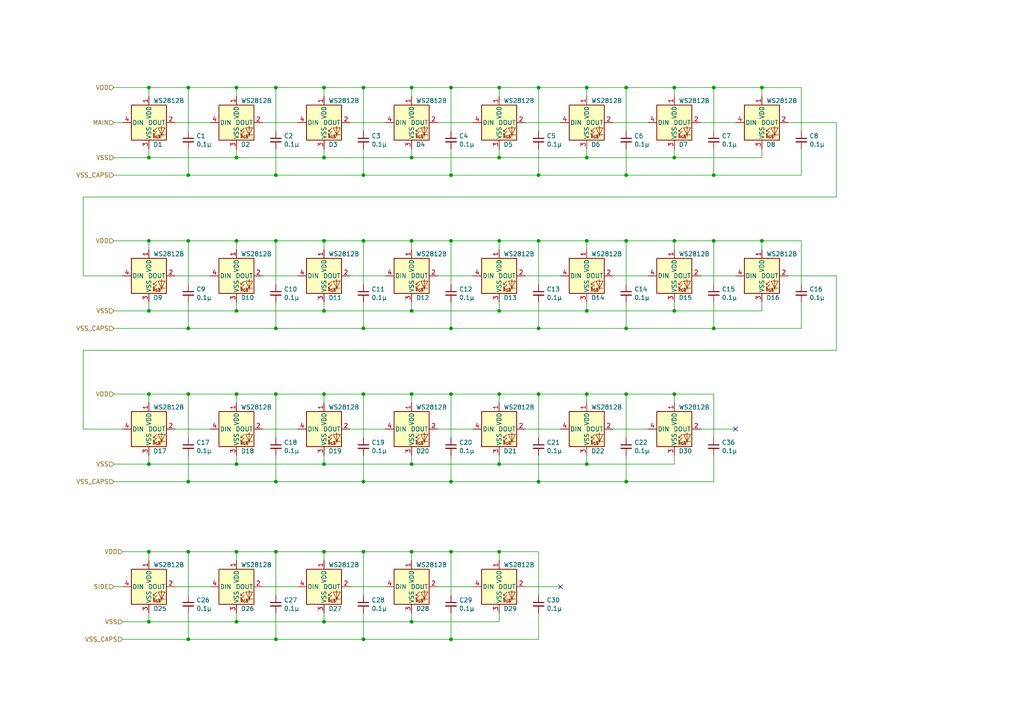
<source format=kicad_sch>
(kicad_sch (version 20230121) (generator eeschema)
  (paper "A4")
  (title_block (title "Self contained addressible RGB ring for 3M 501") (date "2024-01-08") (rev "r0.1") (company "xenua"))
  (lib_symbols
    (symbol "Device:C_Small" (pin_numbers hide) (pin_names (offset 0.254) hide)
      (property "Reference" "C" (at 0.254 1.778 0))
      (property "Value" "C_Small" (at 0.254 -2.032 0))
      (symbol "C_Small_0_1"
        (polyline (pts (xy -1.524 -0.508) (xy 1.524 -0.508)) (stroke (width 0.3302)))
        (polyline (pts (xy -1.524 0.508) (xy 1.524 0.508)) (stroke (width 0.3048)))
      )
      (symbol "C_Small_1_1"
        (pin passive line (at 0 2.54 270) (length 2.032) (name "~") (number "1"))
        (pin passive line (at 0 -2.54 90) (length 2.032) (name "~") (number "2"))
      )
    )
    (symbol "LED:WS2812B" (pin_names (offset 0.254))
      (property "Reference" "D" (at 5.08 5.715 0))
      (property "Value" "WS2812B" (at 1.27 -5.715 0))
      (symbol "WS2812B_0_0"
        (text "RGB" (at 2.286 -4.191 0) (effects (font (size 0.762 0.762))))
      )
      (symbol "WS2812B_0_1"
        (polyline (pts (xy 1.27 -3.556) (xy 1.778 -3.556)))
        (polyline (pts (xy 1.27 -2.54) (xy 1.778 -2.54)))
        (polyline (pts (xy 4.699 -3.556) (xy 2.667 -3.556)))
        (polyline (pts (xy 2.286 -2.54) (xy 1.27 -3.556) (xy 1.27 -3.048)))
        (polyline (pts (xy 2.286 -1.524) (xy 1.27 -2.54) (xy 1.27 -2.032)))
        (polyline (pts (xy 3.683 -1.016) (xy 3.683 -3.556) (xy 3.683 -4.064)))
        (polyline (pts (xy 4.699 -1.524) (xy 2.667 -1.524) (xy 3.683 -3.556) (xy 4.699 -1.524)))
        (rectangle (start 5.08 5.08) (end -5.08 -5.08) (stroke (width 0.254)) (fill (type background)))
      )
      (symbol "WS2812B_1_1"
        (pin power_in line (at 0 7.62 270) (length 2.54) (name "VDD") (number "1"))
        (pin output line (at 7.62 0 180) (length 2.54) (name "DOUT") (number "2"))
        (pin power_in line (at 0 -7.62 90) (length 2.54) (name "VSS") (number "3"))
        (pin input line (at -7.62 0 0) (length 2.54) (name "DIN") (number "4"))
      )
    )
  )
  (junction (at 105.41 25.4))
  (junction (at 144.78 114.3))
  (junction (at 144.78 90.17))
  (junction (at 156.21 114.3))
  (junction (at 80.01 160.02))
  (junction (at 80.01 114.3))
  (junction (at 119.38 160.02))
  (junction (at 68.58 25.4))
  (junction (at 119.38 25.4))
  (junction (at 68.58 114.3))
  (junction (at 54.61 114.3))
  (junction (at 80.01 95.25))
  (junction (at 43.18 25.4))
  (junction (at 105.41 185.42))
  (junction (at 119.38 134.62))
  (junction (at 170.18 114.3))
  (junction (at 170.18 69.85))
  (junction (at 195.58 45.72))
  (junction (at 43.18 69.85))
  (junction (at 207.01 25.4))
  (junction (at 130.81 160.02))
  (junction (at 80.01 25.4))
  (junction (at 105.41 160.02))
  (junction (at 93.98 180.34))
  (junction (at 119.38 45.72))
  (junction (at 144.78 69.85))
  (junction (at 68.58 45.72))
  (junction (at 80.01 50.8))
  (junction (at 80.01 139.7))
  (junction (at 119.38 69.85))
  (junction (at 195.58 25.4))
  (junction (at 144.78 45.72))
  (junction (at 181.61 25.4))
  (junction (at 105.41 50.8))
  (junction (at 43.18 45.72))
  (junction (at 54.61 185.42))
  (junction (at 195.58 90.17))
  (junction (at 144.78 160.02))
  (junction (at 181.61 139.7))
  (junction (at 220.98 69.85))
  (junction (at 156.21 139.7))
  (junction (at 68.58 90.17))
  (junction (at 54.61 50.8))
  (junction (at 130.81 50.8))
  (junction (at 54.61 139.7))
  (junction (at 130.81 69.85))
  (junction (at 68.58 134.62))
  (junction (at 207.01 95.25))
  (junction (at 93.98 25.4))
  (junction (at 156.21 69.85))
  (junction (at 54.61 160.02))
  (junction (at 80.01 69.85))
  (junction (at 43.18 180.34))
  (junction (at 54.61 95.25))
  (junction (at 105.41 114.3))
  (junction (at 195.58 114.3))
  (junction (at 43.18 114.3))
  (junction (at 54.61 69.85))
  (junction (at 144.78 134.62))
  (junction (at 144.78 25.4))
  (junction (at 170.18 134.62))
  (junction (at 181.61 95.25))
  (junction (at 105.41 95.25))
  (junction (at 93.98 69.85))
  (junction (at 170.18 25.4))
  (junction (at 130.81 185.42))
  (junction (at 105.41 139.7))
  (junction (at 119.38 90.17))
  (junction (at 93.98 90.17))
  (junction (at 119.38 180.34))
  (junction (at 130.81 139.7))
  (junction (at 68.58 69.85))
  (junction (at 170.18 45.72))
  (junction (at 207.01 69.85))
  (junction (at 181.61 114.3))
  (junction (at 130.81 114.3))
  (junction (at 156.21 95.25))
  (junction (at 93.98 114.3))
  (junction (at 220.98 25.4))
  (junction (at 195.58 69.85))
  (junction (at 43.18 90.17))
  (junction (at 93.98 134.62))
  (junction (at 181.61 69.85))
  (junction (at 130.81 25.4))
  (junction (at 93.98 45.72))
  (junction (at 43.18 134.62))
  (junction (at 54.61 25.4))
  (junction (at 68.58 160.02))
  (junction (at 130.81 95.25))
  (junction (at 181.61 50.8))
  (junction (at 93.98 160.02))
  (junction (at 170.18 90.17))
  (junction (at 156.21 25.4))
  (junction (at 156.21 50.8))
  (junction (at 80.01 185.42))
  (junction (at 119.38 114.3))
  (junction (at 43.18 160.02))
  (junction (at 207.01 50.8))
  (junction (at 68.58 180.34))
  (junction (at 105.41 69.85))
  (no_connect (at 213.36 124.46))
  (no_connect (at 162.56 170.18))
  (wire (pts (xy 43.18 25.4) (xy 43.18 27.94)))
  (wire (pts (xy 33.02 114.3) (xy 43.18 114.3)))
  (wire (pts (xy 144.78 160.02) (xy 144.78 162.56)))
  (wire (pts (xy 80.01 114.3) (xy 68.58 114.3)))
  (wire (pts (xy 76.2 170.18) (xy 86.36 170.18)))
  (wire (pts (xy 156.21 95.25) (xy 130.81 95.25)))
  (wire (pts (xy 80.01 185.42) (xy 105.41 185.42)))
  (wire (pts (xy 43.18 134.62) (xy 68.58 134.62)))
  (wire (pts (xy 80.01 160.02) (xy 80.01 172.72)))
  (wire (pts (xy 43.18 45.72) (xy 43.18 43.18)))
  (wire (pts (xy 24.13 57.15) (xy 24.13 80.01)))
  (wire (pts (xy 80.01 160.02) (xy 93.98 160.02)))
  (wire (pts (xy 156.21 50.8) (xy 156.21 43.18)))
  (wire (pts (xy 105.41 50.8) (xy 105.41 43.18)))
  (wire (pts (xy 68.58 180.34) (xy 68.58 177.8)))
  (wire (pts (xy 93.98 45.72) (xy 119.38 45.72)))
  (wire (pts (xy 130.81 50.8) (xy 156.21 50.8)))
  (wire (pts (xy 195.58 90.17) (xy 195.58 87.63)))
  (wire (pts (xy 24.13 80.01) (xy 35.56 80.01)))
  (wire (pts (xy 130.81 95.25) (xy 105.41 95.25)))
  (wire (pts (xy 207.01 38.1) (xy 207.01 25.4)))
  (wire (pts (xy 76.2 35.56) (xy 86.36 35.56)))
  (wire (pts (xy 119.38 180.34) (xy 144.78 180.34)))
  (wire (pts (xy 54.61 38.1) (xy 54.61 25.4)))
  (wire (pts (xy 101.6 124.46) (xy 111.76 124.46)))
  (wire (pts (xy 130.81 82.55) (xy 130.81 69.85)))
  (wire (pts (xy 33.02 25.4) (xy 43.18 25.4)))
  (wire (pts (xy 35.56 160.02) (xy 43.18 160.02)))
  (wire (pts (xy 80.01 69.85) (xy 93.98 69.85)))
  (wire (pts (xy 170.18 43.18) (xy 170.18 45.72)))
  (wire (pts (xy 68.58 134.62) (xy 93.98 134.62)))
  (wire (pts (xy 144.78 90.17) (xy 170.18 90.17)))
  (wire (pts (xy 156.21 185.42) (xy 156.21 177.8)))
  (wire (pts (xy 80.01 132.08) (xy 80.01 139.7)))
  (wire (pts (xy 207.01 95.25) (xy 181.61 95.25)))
  (wire (pts (xy 43.18 114.3) (xy 43.18 116.84)))
  (wire (pts (xy 207.01 139.7) (xy 181.61 139.7)))
  (wire (pts (xy 43.18 180.34) (xy 43.18 177.8)))
  (wire (pts (xy 242.57 57.15) (xy 24.13 57.15)))
  (wire (pts (xy 144.78 45.72) (xy 170.18 45.72)))
  (wire (pts (xy 119.38 134.62) (xy 119.38 132.08)))
  (wire (pts (xy 130.81 38.1) (xy 130.81 25.4)))
  (wire (pts (xy 54.61 139.7) (xy 33.02 139.7)))
  (wire (pts (xy 242.57 101.6) (xy 24.13 101.6)))
  (wire (pts (xy 80.01 139.7) (xy 54.61 139.7)))
  (wire (pts (xy 54.61 127) (xy 54.61 114.3)))
  (wire (pts (xy 232.41 82.55) (xy 232.41 69.85)))
  (wire (pts (xy 207.01 69.85) (xy 195.58 69.85)))
  (wire (pts (xy 152.4 124.46) (xy 162.56 124.46)))
  (wire (pts (xy 93.98 45.72) (xy 93.98 43.18)))
  (wire (pts (xy 68.58 45.72) (xy 68.58 43.18)))
  (wire (pts (xy 127 35.56) (xy 137.16 35.56)))
  (wire (pts (xy 93.98 114.3) (xy 93.98 116.84)))
  (wire (pts (xy 93.98 134.62) (xy 93.98 132.08)))
  (wire (pts (xy 105.41 139.7) (xy 80.01 139.7)))
  (wire (pts (xy 207.01 25.4) (xy 195.58 25.4)))
  (wire (pts (xy 54.61 95.25) (xy 33.02 95.25)))
  (wire (pts (xy 35.56 185.42) (xy 54.61 185.42)))
  (wire (pts (xy 93.98 180.34) (xy 93.98 177.8)))
  (wire (pts (xy 105.41 69.85) (xy 119.38 69.85)))
  (wire (pts (xy 156.21 114.3) (xy 170.18 114.3)))
  (wire (pts (xy 80.01 50.8) (xy 105.41 50.8)))
  (wire (pts (xy 68.58 25.4) (xy 68.58 27.94)))
  (wire (pts (xy 119.38 180.34) (xy 119.38 177.8)))
  (wire (pts (xy 105.41 185.42) (xy 105.41 177.8)))
  (wire (pts (xy 181.61 25.4) (xy 170.18 25.4)))
  (wire (pts (xy 93.98 69.85) (xy 93.98 72.39)))
  (wire (pts (xy 144.78 90.17) (xy 144.78 87.63)))
  (wire (pts (xy 156.21 69.85) (xy 170.18 69.85)))
  (wire (pts (xy 156.21 38.1) (xy 156.21 25.4)))
  (wire (pts (xy 119.38 134.62) (xy 144.78 134.62)))
  (wire (pts (xy 181.61 132.08) (xy 181.61 139.7)))
  (wire (pts (xy 119.38 160.02) (xy 130.81 160.02)))
  (wire (pts (xy 43.18 45.72) (xy 68.58 45.72)))
  (wire (pts (xy 105.41 87.63) (xy 105.41 95.25)))
  (wire (pts (xy 43.18 180.34) (xy 68.58 180.34)))
  (wire (pts (xy 54.61 25.4) (xy 43.18 25.4)))
  (wire (pts (xy 207.01 82.55) (xy 207.01 69.85)))
  (wire (pts (xy 93.98 134.62) (xy 119.38 134.62)))
  (wire (pts (xy 144.78 160.02) (xy 156.21 160.02)))
  (wire (pts (xy 181.61 139.7) (xy 156.21 139.7)))
  (wire (pts (xy 144.78 180.34) (xy 144.78 177.8)))
  (wire (pts (xy 170.18 90.17) (xy 170.18 87.63)))
  (wire (pts (xy 50.8 124.46) (xy 60.96 124.46)))
  (wire (pts (xy 54.61 82.55) (xy 54.61 69.85)))
  (wire (pts (xy 242.57 35.56) (xy 242.57 57.15)))
  (wire (pts (xy 130.81 25.4) (xy 144.78 25.4)))
  (wire (pts (xy 156.21 82.55) (xy 156.21 69.85)))
  (wire (pts (xy 80.01 50.8) (xy 80.01 43.18)))
  (wire (pts (xy 54.61 69.85) (xy 68.58 69.85)))
  (wire (pts (xy 80.01 69.85) (xy 68.58 69.85)))
  (wire (pts (xy 232.41 38.1) (xy 232.41 25.4)))
  (wire (pts (xy 170.18 134.62) (xy 170.18 132.08)))
  (wire (pts (xy 207.01 132.08) (xy 207.01 139.7)))
  (wire (pts (xy 242.57 80.01) (xy 242.57 101.6)))
  (wire (pts (xy 105.41 50.8) (xy 130.81 50.8)))
  (wire (pts (xy 68.58 160.02) (xy 68.58 162.56)))
  (wire (pts (xy 54.61 185.42) (xy 80.01 185.42)))
  (wire (pts (xy 130.81 114.3) (xy 144.78 114.3)))
  (wire (pts (xy 181.61 69.85) (xy 195.58 69.85)))
  (wire (pts (xy 156.21 114.3) (xy 144.78 114.3)))
  (wire (pts (xy 68.58 114.3) (xy 68.58 116.84)))
  (wire (pts (xy 43.18 90.17) (xy 43.18 87.63)))
  (wire (pts (xy 232.41 50.8) (xy 232.41 43.18)))
  (wire (pts (xy 127 170.18) (xy 137.16 170.18)))
  (wire (pts (xy 68.58 69.85) (xy 68.58 72.39)))
  (wire (pts (xy 54.61 114.3) (xy 43.18 114.3)))
  (wire (pts (xy 156.21 50.8) (xy 181.61 50.8)))
  (wire (pts (xy 119.38 69.85) (xy 119.38 72.39)))
  (wire (pts (xy 144.78 114.3) (xy 144.78 116.84)))
  (wire (pts (xy 195.58 90.17) (xy 220.98 90.17)))
  (wire (pts (xy 33.02 50.8) (xy 54.61 50.8)))
  (wire (pts (xy 105.41 114.3) (xy 93.98 114.3)))
  (wire (pts (xy 119.38 45.72) (xy 119.38 43.18)))
  (wire (pts (xy 119.38 25.4) (xy 119.38 27.94)))
  (wire (pts (xy 195.58 69.85) (xy 195.58 72.39)))
  (wire (pts (xy 181.61 95.25) (xy 156.21 95.25)))
  (wire (pts (xy 105.41 132.08) (xy 105.41 139.7)))
  (wire (pts (xy 203.2 80.01) (xy 213.36 80.01)))
  (wire (pts (xy 181.61 114.3) (xy 195.58 114.3)))
  (wire (pts (xy 68.58 90.17) (xy 93.98 90.17)))
  (wire (pts (xy 130.81 139.7) (xy 105.41 139.7)))
  (wire (pts (xy 24.13 124.46) (xy 35.56 124.46)))
  (wire (pts (xy 181.61 69.85) (xy 170.18 69.85)))
  (wire (pts (xy 50.8 170.18) (xy 60.96 170.18)))
  (wire (pts (xy 33.02 45.72) (xy 43.18 45.72)))
  (wire (pts (xy 93.98 180.34) (xy 119.38 180.34)))
  (wire (pts (xy 152.4 170.18) (xy 162.56 170.18)))
  (wire (pts (xy 24.13 101.6) (xy 24.13 124.46)))
  (wire (pts (xy 181.61 127) (xy 181.61 114.3)))
  (wire (pts (xy 105.41 25.4) (xy 93.98 25.4)))
  (wire (pts (xy 181.61 114.3) (xy 170.18 114.3)))
  (wire (pts (xy 43.18 160.02) (xy 43.18 162.56)))
  (wire (pts (xy 220.98 69.85) (xy 220.98 72.39)))
  (wire (pts (xy 105.41 114.3) (xy 119.38 114.3)))
  (wire (pts (xy 93.98 160.02) (xy 105.41 160.02)))
  (wire (pts (xy 68.58 134.62) (xy 68.58 132.08)))
  (wire (pts (xy 156.21 132.08) (xy 156.21 139.7)))
  (wire (pts (xy 181.61 38.1) (xy 181.61 25.4)))
  (wire (pts (xy 177.8 35.56) (xy 187.96 35.56)))
  (wire (pts (xy 130.81 87.63) (xy 130.81 95.25)))
  (wire (pts (xy 203.2 35.56) (xy 213.36 35.56)))
  (wire (pts (xy 130.81 127) (xy 130.81 114.3)))
  (wire (pts (xy 228.6 80.01) (xy 242.57 80.01)))
  (wire (pts (xy 207.01 114.3) (xy 195.58 114.3)))
  (wire (pts (xy 54.61 87.63) (xy 54.61 95.25)))
  (wire (pts (xy 156.21 69.85) (xy 144.78 69.85)))
  (wire (pts (xy 156.21 25.4) (xy 144.78 25.4)))
  (wire (pts (xy 130.81 132.08) (xy 130.81 139.7)))
  (wire (pts (xy 195.58 134.62) (xy 195.58 132.08)))
  (wire (pts (xy 127 124.46) (xy 137.16 124.46)))
  (wire (pts (xy 130.81 160.02) (xy 144.78 160.02)))
  (wire (pts (xy 76.2 80.01) (xy 86.36 80.01)))
  (wire (pts (xy 35.56 180.34) (xy 43.18 180.34)))
  (wire (pts (xy 144.78 69.85) (xy 144.78 72.39)))
  (wire (pts (xy 33.02 90.17) (xy 43.18 90.17)))
  (wire (pts (xy 54.61 132.08) (xy 54.61 139.7)))
  (wire (pts (xy 80.01 25.4) (xy 68.58 25.4)))
  (wire (pts (xy 181.61 25.4) (xy 195.58 25.4)))
  (wire (pts (xy 220.98 90.17) (xy 220.98 87.63)))
  (wire (pts (xy 152.4 35.56) (xy 162.56 35.56)))
  (wire (pts (xy 144.78 45.72) (xy 144.78 43.18)))
  (wire (pts (xy 156.21 87.63) (xy 156.21 95.25)))
  (wire (pts (xy 228.6 35.56) (xy 242.57 35.56)))
  (wire (pts (xy 43.18 90.17) (xy 68.58 90.17)))
  (wire (pts (xy 170.18 114.3) (xy 170.18 116.84)))
  (wire (pts (xy 156.21 139.7) (xy 130.81 139.7)))
  (wire (pts (xy 130.81 50.8) (xy 130.81 43.18)))
  (wire (pts (xy 195.58 45.72) (xy 195.58 43.18)))
  (wire (pts (xy 105.41 69.85) (xy 93.98 69.85)))
  (wire (pts (xy 68.58 90.17) (xy 68.58 87.63)))
  (wire (pts (xy 119.38 90.17) (xy 119.38 87.63)))
  (wire (pts (xy 76.2 124.46) (xy 86.36 124.46)))
  (wire (pts (xy 203.2 124.46) (xy 213.36 124.46)))
  (wire (pts (xy 130.81 185.42) (xy 130.81 177.8)))
  (wire (pts (xy 93.98 90.17) (xy 93.98 87.63)))
  (wire (pts (xy 54.61 25.4) (xy 68.58 25.4)))
  (wire (pts (xy 207.01 50.8) (xy 181.61 50.8)))
  (wire (pts (xy 93.98 25.4) (xy 93.98 27.94)))
  (wire (pts (xy 195.58 114.3) (xy 195.58 116.84)))
  (wire (pts (xy 130.81 160.02) (xy 130.81 172.72)))
  (wire (pts (xy 144.78 25.4) (xy 144.78 27.94)))
  (wire (pts (xy 105.41 82.55) (xy 105.41 69.85)))
  (wire (pts (xy 54.61 185.42) (xy 54.61 177.8)))
  (wire (pts (xy 207.01 43.18) (xy 207.01 50.8)))
  (wire (pts (xy 207.01 127) (xy 207.01 114.3)))
  (wire (pts (xy 43.18 160.02) (xy 54.61 160.02)))
  (wire (pts (xy 80.01 38.1) (xy 80.01 25.4)))
  (wire (pts (xy 33.02 69.85) (xy 43.18 69.85)))
  (wire (pts (xy 232.41 95.25) (xy 207.01 95.25)))
  (wire (pts (xy 54.61 160.02) (xy 54.61 172.72)))
  (wire (pts (xy 68.58 180.34) (xy 93.98 180.34)))
  (wire (pts (xy 101.6 170.18) (xy 111.76 170.18)))
  (wire (pts (xy 156.21 127) (xy 156.21 114.3)))
  (wire (pts (xy 80.01 95.25) (xy 54.61 95.25)))
  (wire (pts (xy 130.81 114.3) (xy 119.38 114.3)))
  (wire (pts (xy 144.78 134.62) (xy 144.78 132.08)))
  (wire (pts (xy 68.58 45.72) (xy 93.98 45.72)))
  (wire (pts (xy 119.38 90.17) (xy 144.78 90.17)))
  (wire (pts (xy 144.78 134.62) (xy 170.18 134.62)))
  (wire (pts (xy 220.98 45.72) (xy 220.98 43.18)))
  (wire (pts (xy 170.18 69.85) (xy 170.18 72.39)))
  (wire (pts (xy 105.41 25.4) (xy 119.38 25.4)))
  (wire (pts (xy 33.02 170.18) (xy 35.56 170.18)))
  (wire (pts (xy 33.02 134.62) (xy 43.18 134.62)))
  (wire (pts (xy 207.01 25.4) (xy 220.98 25.4)))
  (wire (pts (xy 152.4 80.01) (xy 162.56 80.01)))
  (wire (pts (xy 207.01 87.63) (xy 207.01 95.25)))
  (wire (pts (xy 220.98 25.4) (xy 220.98 27.94)))
  (wire (pts (xy 177.8 80.01) (xy 187.96 80.01)))
  (wire (pts (xy 105.41 38.1) (xy 105.41 25.4)))
  (wire (pts (xy 105.41 185.42) (xy 130.81 185.42)))
  (wire (pts (xy 80.01 114.3) (xy 93.98 114.3)))
  (wire (pts (xy 54.61 50.8) (xy 80.01 50.8)))
  (wire (pts (xy 80.01 127) (xy 80.01 114.3)))
  (wire (pts (xy 33.02 35.56) (xy 35.56 35.56)))
  (wire (pts (xy 50.8 35.56) (xy 60.96 35.56)))
  (wire (pts (xy 105.41 95.25) (xy 80.01 95.25)))
  (wire (pts (xy 54.61 114.3) (xy 68.58 114.3)))
  (wire (pts (xy 181.61 87.63) (xy 181.61 95.25)))
  (wire (pts (xy 130.81 69.85) (xy 144.78 69.85)))
  (wire (pts (xy 119.38 114.3) (xy 119.38 116.84)))
  (wire (pts (xy 80.01 87.63) (xy 80.01 95.25)))
  (wire (pts (xy 156.21 25.4) (xy 170.18 25.4)))
  (wire (pts (xy 68.58 160.02) (xy 80.01 160.02)))
  (wire (pts (xy 119.38 160.02) (xy 119.38 162.56)))
  (wire (pts (xy 105.41 127) (xy 105.41 114.3)))
  (wire (pts (xy 43.18 134.62) (xy 43.18 132.08)))
  (wire (pts (xy 93.98 160.02) (xy 93.98 162.56)))
  (wire (pts (xy 101.6 80.01) (xy 111.76 80.01)))
  (wire (pts (xy 181.61 50.8) (xy 181.61 43.18)))
  (wire (pts (xy 156.21 160.02) (xy 156.21 172.72)))
  (wire (pts (xy 232.41 87.63) (xy 232.41 95.25)))
  (wire (pts (xy 232.41 25.4) (xy 220.98 25.4)))
  (wire (pts (xy 130.81 185.42) (xy 156.21 185.42)))
  (wire (pts (xy 181.61 82.55) (xy 181.61 69.85)))
  (wire (pts (xy 170.18 134.62) (xy 195.58 134.62)))
  (wire (pts (xy 130.81 25.4) (xy 119.38 25.4)))
  (wire (pts (xy 130.81 69.85) (xy 119.38 69.85)))
  (wire (pts (xy 54.61 160.02) (xy 68.58 160.02)))
  (wire (pts (xy 207.01 69.85) (xy 220.98 69.85)))
  (wire (pts (xy 119.38 45.72) (xy 144.78 45.72)))
  (wire (pts (xy 232.41 69.85) (xy 220.98 69.85)))
  (wire (pts (xy 127 80.01) (xy 137.16 80.01)))
  (wire (pts (xy 43.18 69.85) (xy 43.18 72.39)))
  (wire (pts (xy 177.8 124.46) (xy 187.96 124.46)))
  (wire (pts (xy 195.58 45.72) (xy 220.98 45.72)))
  (wire (pts (xy 170.18 90.17) (xy 195.58 90.17)))
  (wire (pts (xy 54.61 50.8) (xy 54.61 43.18)))
  (wire (pts (xy 80.01 82.55) (xy 80.01 69.85)))
  (wire (pts (xy 80.01 185.42) (xy 80.01 177.8)))
  (wire (pts (xy 105.41 160.02) (xy 119.38 160.02)))
  (wire (pts (xy 54.61 69.85) (xy 43.18 69.85)))
  (wire (pts (xy 195.58 25.4) (xy 195.58 27.94)))
  (wire (pts (xy 93.98 90.17) (xy 119.38 90.17)))
  (wire (pts (xy 80.01 25.4) (xy 93.98 25.4)))
  (wire (pts (xy 170.18 45.72) (xy 195.58 45.72)))
  (wire (pts (xy 170.18 25.4) (xy 170.18 27.94)))
  (wire (pts (xy 101.6 35.56) (xy 111.76 35.56)))
  (wire (pts (xy 50.8 80.01) (xy 60.96 80.01)))
  (wire (pts (xy 207.01 50.8) (xy 232.41 50.8)))
  (wire (pts (xy 105.41 160.02) (xy 105.41 172.72)))
  (hierarchical_label "VSS" (shape input) (at 35.56 180.34 180))
  (hierarchical_label "VSS" (shape input) (at 33.02 90.17 180))
  (hierarchical_label "VDD" (shape input) (at 33.02 69.85 180))
  (hierarchical_label "SIDE" (shape input) (at 33.02 170.18 180))
  (hierarchical_label "MAIN" (shape input) (at 33.02 35.56 180))
  (hierarchical_label "VSS" (shape input) (at 33.02 45.72 180))
  (hierarchical_label "VSS_CAPS" (shape input) (at 33.02 50.8 180))
  (hierarchical_label "VSS" (shape input) (at 33.02 134.62 180))
  (hierarchical_label "VSS_CAPS" (shape input) (at 33.02 139.7 180))
  (hierarchical_label "VDD" (shape input) (at 33.02 114.3 180))
  (hierarchical_label "VSS_CAPS" (shape input) (at 35.56 185.42 180))
  (hierarchical_label "VDD" (shape input) (at 35.56 160.02 180))
  (hierarchical_label "VDD" (shape input) (at 33.02 25.4 180))
  (hierarchical_label "VSS_CAPS" (shape input) (at 33.02 95.25 180))
  (symbol (lib_id "Device:C_Small") (at 105.41 175.26 0) (unit 1)
    (property "Reference" "C28" (at 107.7341 174.0542 0) (effects (justify left)))
    (property "Value" "0.1µ" (at 107.7341 176.4784 0) (effects (justify left)))
    (property "Footprint" "Capacitor_SMD:C_0402_1005Metric" (effects hide))
  )
  (symbol (lib_id "Device:C_Small") (at 156.21 40.64 0) (unit 1)
    (property "Reference" "C5" (at 158.5341 39.4342 0) (effects (justify left)))
    (property "Value" "0.1µ" (at 158.5341 41.8584 0) (effects (justify left)))
    (property "Footprint" "Capacitor_SMD:C_0402_1005Metric" (effects hide))
  )
  (symbol (lib_id "LED:WS2812B") (at 144.78 80.01 0) (unit 1)
    (property "Reference" "D13" (at 146.05 86.36 0) (effects (justify left)))
    (property "Value" "WS2812B" (at 146.05 73.66 0) (effects (justify left)))
    (property "Footprint" "xenua:WS2812B_2020" (effects hide))
    (property "Datasheet" "https://cdn-shop.adafruit.com/datasheets/WS2812B.pdf" (effects hide))
  )
  (symbol (lib_id "Device:C_Small") (at 80.01 85.09 0) (unit 1)
    (property "Reference" "C10" (at 82.3341 83.8842 0) (effects (justify left)))
    (property "Value" "0.1µ" (at 82.3341 86.3084 0) (effects (justify left)))
    (property "Footprint" "Capacitor_SMD:C_0402_1005Metric" (effects hide))
  )
  (symbol (lib_id "LED:WS2812B") (at 220.98 80.01 0) (unit 1)
    (property "Reference" "D16" (at 222.25 86.36 0) (effects (justify left)))
    (property "Value" "WS2812B" (at 222.25 73.66 0) (effects (justify left)))
    (property "Footprint" "xenua:WS2812B_2020" (effects hide))
    (property "Datasheet" "https://cdn-shop.adafruit.com/datasheets/WS2812B.pdf" (effects hide))
  )
  (symbol (lib_id "Device:C_Small") (at 181.61 129.54 0) (unit 1)
    (property "Reference" "C22" (at 183.9341 128.3342 0) (effects (justify left)))
    (property "Value" "0.1µ" (at 183.9341 130.7584 0) (effects (justify left)))
    (property "Footprint" "Capacitor_SMD:C_0402_1005Metric" (effects hide))
  )
  (symbol (lib_id "LED:WS2812B") (at 93.98 35.56 0) (unit 1)
    (property "Reference" "D3" (at 95.25 41.91 0) (effects (justify left)))
    (property "Value" "WS2812B" (at 95.25 29.21 0) (effects (justify left)))
    (property "Footprint" "xenua:WS2812B_2020" (effects hide))
    (property "Datasheet" "https://cdn-shop.adafruit.com/datasheets/WS2812B.pdf" (effects hide))
  )
  (symbol (lib_id "Device:C_Small") (at 207.01 129.54 0) (unit 1)
    (property "Reference" "C36" (at 209.3341 128.3342 0) (effects (justify left)))
    (property "Value" "0.1µ" (at 209.3341 130.7584 0) (effects (justify left)))
    (property "Footprint" "Capacitor_SMD:C_0402_1005Metric" (effects hide))
  )
  (symbol (lib_id "Device:C_Small") (at 232.41 40.64 0) (unit 1)
    (property "Reference" "C8" (at 234.7341 39.4342 0) (effects (justify left)))
    (property "Value" "0.1µ" (at 234.7341 41.8584 0) (effects (justify left)))
    (property "Footprint" "Capacitor_SMD:C_0402_1005Metric" (effects hide))
  )
  (symbol (lib_id "LED:WS2812B") (at 170.18 35.56 0) (unit 1)
    (property "Reference" "D6" (at 171.45 41.91 0) (effects (justify left)))
    (property "Value" "WS2812B" (at 171.45 29.21 0) (effects (justify left)))
    (property "Footprint" "xenua:WS2812B_2020" (effects hide))
    (property "Datasheet" "https://cdn-shop.adafruit.com/datasheets/WS2812B.pdf" (effects hide))
  )
  (symbol (lib_id "LED:WS2812B") (at 144.78 170.18 0) (unit 1)
    (property "Reference" "D29" (at 146.05 176.53 0) (effects (justify left)))
    (property "Value" "WS2812B" (at 146.05 163.83 0) (effects (justify left)))
    (property "Footprint" "xenua:WS2812B_2040_Sideways" (effects hide))
    (property "Datasheet" "https://cdn-shop.adafruit.com/datasheets/WS2812B.pdf" (effects hide))
  )
  (symbol (lib_id "LED:WS2812B") (at 195.58 80.01 0) (unit 1)
    (property "Reference" "D15" (at 196.85 86.36 0) (effects (justify left)))
    (property "Value" "WS2812B" (at 196.85 73.66 0) (effects (justify left)))
    (property "Footprint" "xenua:WS2812B_2020" (effects hide))
    (property "Datasheet" "https://cdn-shop.adafruit.com/datasheets/WS2812B.pdf" (effects hide))
  )
  (symbol (lib_id "LED:WS2812B") (at 119.38 80.01 0) (unit 1)
    (property "Reference" "D12" (at 120.65 86.36 0) (effects (justify left)))
    (property "Value" "WS2812B" (at 120.65 73.66 0) (effects (justify left)))
    (property "Footprint" "xenua:WS2812B_2020" (effects hide))
    (property "Datasheet" "https://cdn-shop.adafruit.com/datasheets/WS2812B.pdf" (effects hide))
  )
  (symbol (lib_id "Device:C_Small") (at 130.81 85.09 0) (unit 1)
    (property "Reference" "C12" (at 133.1341 83.8842 0) (effects (justify left)))
    (property "Value" "0.1µ" (at 133.1341 86.3084 0) (effects (justify left)))
    (property "Footprint" "Capacitor_SMD:C_0402_1005Metric" (effects hide))
  )
  (symbol (lib_id "Device:C_Small") (at 207.01 40.64 0) (unit 1)
    (property "Reference" "C7" (at 209.3341 39.4342 0) (effects (justify left)))
    (property "Value" "0.1µ" (at 209.3341 41.8584 0) (effects (justify left)))
    (property "Footprint" "Capacitor_SMD:C_0402_1005Metric" (effects hide))
  )
  (symbol (lib_id "LED:WS2812B") (at 93.98 80.01 0) (unit 1)
    (property "Reference" "D11" (at 95.25 86.36 0) (effects (justify left)))
    (property "Value" "WS2812B" (at 95.25 73.66 0) (effects (justify left)))
    (property "Footprint" "xenua:WS2812B_2020" (effects hide))
    (property "Datasheet" "https://cdn-shop.adafruit.com/datasheets/WS2812B.pdf" (effects hide))
  )
  (symbol (lib_id "LED:WS2812B") (at 93.98 124.46 0) (unit 1)
    (property "Reference" "D19" (at 95.25 130.81 0) (effects (justify left)))
    (property "Value" "WS2812B" (at 95.25 118.11 0) (effects (justify left)))
    (property "Footprint" "xenua:WS2812B_2020" (effects hide))
    (property "Datasheet" "https://cdn-shop.adafruit.com/datasheets/WS2812B.pdf" (effects hide))
  )
  (symbol (lib_id "Device:C_Small") (at 232.41 85.09 0) (unit 1)
    (property "Reference" "C16" (at 234.7341 83.8842 0) (effects (justify left)))
    (property "Value" "0.1µ" (at 234.7341 86.3084 0) (effects (justify left)))
    (property "Footprint" "Capacitor_SMD:C_0402_1005Metric" (effects hide))
  )
  (symbol (lib_id "Device:C_Small") (at 54.61 175.26 0) (unit 1)
    (property "Reference" "C26" (at 56.9341 174.0542 0) (effects (justify left)))
    (property "Value" "0.1µ" (at 56.9341 176.4784 0) (effects (justify left)))
    (property "Footprint" "Capacitor_SMD:C_0402_1005Metric" (effects hide))
  )
  (symbol (lib_id "Device:C_Small") (at 156.21 129.54 0) (unit 1)
    (property "Reference" "C21" (at 158.5341 128.3342 0) (effects (justify left)))
    (property "Value" "0.1µ" (at 158.5341 130.7584 0) (effects (justify left)))
    (property "Footprint" "Capacitor_SMD:C_0402_1005Metric" (effects hide))
  )
  (symbol (lib_id "Device:C_Small") (at 156.21 85.09 0) (unit 1)
    (property "Reference" "C13" (at 158.5341 83.8842 0) (effects (justify left)))
    (property "Value" "0.1µ" (at 158.5341 86.3084 0) (effects (justify left)))
    (property "Footprint" "Capacitor_SMD:C_0402_1005Metric" (effects hide))
  )
  (symbol (lib_id "Device:C_Small") (at 54.61 40.64 0) (unit 1)
    (property "Reference" "C1" (at 56.9341 39.4342 0) (effects (justify left)))
    (property "Value" "0.1µ" (at 56.9341 41.8584 0) (effects (justify left)))
    (property "Footprint" "Capacitor_SMD:C_0402_1005Metric" (effects hide))
  )
  (symbol (lib_id "LED:WS2812B") (at 43.18 80.01 0) (unit 1)
    (property "Reference" "D9" (at 44.45 86.36 0) (effects (justify left)))
    (property "Value" "WS2812B" (at 44.45 73.66 0) (effects (justify left)))
    (property "Footprint" "xenua:WS2812B_2020" (effects hide))
    (property "Datasheet" "https://cdn-shop.adafruit.com/datasheets/WS2812B.pdf" (effects hide))
  )
  (symbol (lib_id "LED:WS2812B") (at 144.78 124.46 0) (unit 1)
    (property "Reference" "D21" (at 146.05 130.81 0) (effects (justify left)))
    (property "Value" "WS2812B" (at 146.05 118.11 0) (effects (justify left)))
    (property "Footprint" "xenua:WS2812B_2020" (effects hide))
    (property "Datasheet" "https://cdn-shop.adafruit.com/datasheets/WS2812B.pdf" (effects hide))
  )
  (symbol (lib_id "Device:C_Small") (at 207.01 85.09 0) (unit 1)
    (property "Reference" "C15" (at 209.3341 83.8842 0) (effects (justify left)))
    (property "Value" "0.1µ" (at 209.3341 86.3084 0) (effects (justify left)))
    (property "Footprint" "Capacitor_SMD:C_0402_1005Metric" (effects hide))
  )
  (symbol (lib_id "LED:WS2812B") (at 220.98 35.56 0) (unit 1)
    (property "Reference" "D8" (at 222.25 41.91 0) (effects (justify left)))
    (property "Value" "WS2812B" (at 222.25 29.21 0) (effects (justify left)))
    (property "Footprint" "xenua:WS2812B_2020" (effects hide))
    (property "Datasheet" "https://cdn-shop.adafruit.com/datasheets/WS2812B.pdf" (effects hide))
  )
  (symbol (lib_id "Device:C_Small") (at 105.41 129.54 0) (unit 1)
    (property "Reference" "C19" (at 107.7341 128.3342 0) (effects (justify left)))
    (property "Value" "0.1µ" (at 107.7341 130.7584 0) (effects (justify left)))
    (property "Footprint" "Capacitor_SMD:C_0402_1005Metric" (effects hide))
  )
  (symbol (lib_id "Device:C_Small") (at 156.21 175.26 0) (unit 1)
    (property "Reference" "C30" (at 158.5341 174.0542 0) (effects (justify left)))
    (property "Value" "0.1µ" (at 158.5341 176.4784 0) (effects (justify left)))
    (property "Footprint" "Capacitor_SMD:C_0402_1005Metric" (effects hide))
  )
  (symbol (lib_id "Device:C_Small") (at 181.61 85.09 0) (unit 1)
    (property "Reference" "C14" (at 183.9341 83.8842 0) (effects (justify left)))
    (property "Value" "0.1µ" (at 183.9341 86.3084 0) (effects (justify left)))
    (property "Footprint" "Capacitor_SMD:C_0402_1005Metric" (effects hide))
  )
  (symbol (lib_id "Device:C_Small") (at 130.81 175.26 0) (unit 1)
    (property "Reference" "C29" (at 133.1341 174.0542 0) (effects (justify left)))
    (property "Value" "0.1µ" (at 133.1341 176.4784 0) (effects (justify left)))
    (property "Footprint" "Capacitor_SMD:C_0402_1005Metric" (effects hide))
  )
  (symbol (lib_id "LED:WS2812B") (at 93.98 170.18 0) (unit 1)
    (property "Reference" "D27" (at 95.25 176.53 0) (effects (justify left)))
    (property "Value" "WS2812B" (at 95.25 163.83 0) (effects (justify left)))
    (property "Footprint" "xenua:WS2812B_2040_Sideways" (effects hide))
    (property "Datasheet" "https://cdn-shop.adafruit.com/datasheets/WS2812B.pdf" (effects hide))
  )
  (symbol (lib_id "LED:WS2812B") (at 43.18 124.46 0) (unit 1)
    (property "Reference" "D17" (at 44.45 130.81 0) (effects (justify left)))
    (property "Value" "WS2812B" (at 44.45 118.11 0) (effects (justify left)))
    (property "Footprint" "xenua:WS2812B_2020" (effects hide))
    (property "Datasheet" "https://cdn-shop.adafruit.com/datasheets/WS2812B.pdf" (effects hide))
  )
  (symbol (lib_id "LED:WS2812B") (at 68.58 80.01 0) (unit 1)
    (property "Reference" "D10" (at 69.85 86.36 0) (effects (justify left)))
    (property "Value" "WS2812B" (at 69.85 73.66 0) (effects (justify left)))
    (property "Footprint" "xenua:WS2812B_2020" (effects hide))
    (property "Datasheet" "https://cdn-shop.adafruit.com/datasheets/WS2812B.pdf" (effects hide))
  )
  (symbol (lib_id "LED:WS2812B") (at 195.58 35.56 0) (unit 1)
    (property "Reference" "D7" (at 196.85 41.91 0) (effects (justify left)))
    (property "Value" "WS2812B" (at 196.85 29.21 0) (effects (justify left)))
    (property "Footprint" "xenua:WS2812B_2020" (effects hide))
    (property "Datasheet" "https://cdn-shop.adafruit.com/datasheets/WS2812B.pdf" (effects hide))
  )
  (symbol (lib_id "LED:WS2812B") (at 144.78 35.56 0) (unit 1)
    (property "Reference" "D5" (at 146.05 41.91 0) (effects (justify left)))
    (property "Value" "WS2812B" (at 146.05 29.21 0) (effects (justify left)))
    (property "Footprint" "xenua:WS2812B_2020" (effects hide))
    (property "Datasheet" "https://cdn-shop.adafruit.com/datasheets/WS2812B.pdf" (effects hide))
  )
  (symbol (lib_id "Device:C_Small") (at 80.01 175.26 0) (unit 1)
    (property "Reference" "C27" (at 82.3341 174.0542 0) (effects (justify left)))
    (property "Value" "0.1µ" (at 82.3341 176.4784 0) (effects (justify left)))
    (property "Footprint" "Capacitor_SMD:C_0402_1005Metric" (effects hide))
  )
  (symbol (lib_id "Device:C_Small") (at 130.81 129.54 0) (unit 1)
    (property "Reference" "C20" (at 133.1341 128.3342 0) (effects (justify left)))
    (property "Value" "0.1µ" (at 133.1341 130.7584 0) (effects (justify left)))
    (property "Footprint" "Capacitor_SMD:C_0402_1005Metric" (effects hide))
  )
  (symbol (lib_id "Device:C_Small") (at 181.61 40.64 0) (unit 1)
    (property "Reference" "C6" (at 183.9341 39.4342 0) (effects (justify left)))
    (property "Value" "0.1µ" (at 183.9341 41.8584 0) (effects (justify left)))
    (property "Footprint" "Capacitor_SMD:C_0402_1005Metric" (effects hide))
  )
  (symbol (lib_id "Device:C_Small") (at 105.41 85.09 0) (unit 1)
    (property "Reference" "C11" (at 107.7341 83.8842 0) (effects (justify left)))
    (property "Value" "0.1µ" (at 107.7341 86.3084 0) (effects (justify left)))
    (property "Footprint" "Capacitor_SMD:C_0402_1005Metric" (effects hide))
  )
  (symbol (lib_id "Device:C_Small") (at 54.61 129.54 0) (unit 1)
    (property "Reference" "C17" (at 56.9341 128.3342 0) (effects (justify left)))
    (property "Value" "0.1µ" (at 56.9341 130.7584 0) (effects (justify left)))
    (property "Footprint" "Capacitor_SMD:C_0402_1005Metric" (effects hide))
  )
  (symbol (lib_id "Device:C_Small") (at 80.01 129.54 0) (unit 1)
    (property "Reference" "C18" (at 82.3341 128.3342 0) (effects (justify left)))
    (property "Value" "0.1µ" (at 82.3341 130.7584 0) (effects (justify left)))
    (property "Footprint" "Capacitor_SMD:C_0402_1005Metric" (effects hide))
  )
  (symbol (lib_id "Device:C_Small") (at 54.61 85.09 0) (unit 1)
    (property "Reference" "C9" (at 56.9341 83.8842 0) (effects (justify left)))
    (property "Value" "0.1µ" (at 56.9341 86.3084 0) (effects (justify left)))
    (property "Footprint" "Capacitor_SMD:C_0402_1005Metric" (effects hide))
  )
  (symbol (lib_id "LED:WS2812B") (at 43.18 170.18 0) (unit 1)
    (property "Reference" "D25" (at 44.45 176.53 0) (effects (justify left)))
    (property "Value" "WS2812B" (at 44.45 163.83 0) (effects (justify left)))
    (property "Footprint" "xenua:WS2812B_2040_Sideways" (effects hide))
    (property "Datasheet" "https://cdn-shop.adafruit.com/datasheets/WS2812B.pdf" (effects hide))
  )
  (symbol (lib_id "LED:WS2812B") (at 119.38 170.18 0) (unit 1)
    (property "Reference" "D28" (at 120.65 176.53 0) (effects (justify left)))
    (property "Value" "WS2812B" (at 120.65 163.83 0) (effects (justify left)))
    (property "Footprint" "xenua:WS2812B_2040_Sideways" (effects hide))
    (property "Datasheet" "https://cdn-shop.adafruit.com/datasheets/WS2812B.pdf" (effects hide))
  )
  (symbol (lib_id "Device:C_Small") (at 105.41 40.64 0) (unit 1)
    (property "Reference" "C3" (at 107.7341 39.4342 0) (effects (justify left)))
    (property "Value" "0.1µ" (at 107.7341 41.8584 0) (effects (justify left)))
    (property "Footprint" "Capacitor_SMD:C_0402_1005Metric" (effects hide))
  )
  (symbol (lib_id "LED:WS2812B") (at 195.58 124.46 0) (unit 1)
    (property "Reference" "D30" (at 196.85 130.81 0) (effects (justify left)))
    (property "Value" "WS2812B" (at 196.85 118.11 0) (effects (justify left)))
    (property "Footprint" "xenua:WS2812B_2020" (effects hide))
    (property "Datasheet" "https://cdn-shop.adafruit.com/datasheets/WS2812B.pdf" (effects hide))
  )
  (symbol (lib_id "LED:WS2812B") (at 68.58 170.18 0) (unit 1)
    (property "Reference" "D26" (at 69.85 176.53 0) (effects (justify left)))
    (property "Value" "WS2812B" (at 69.85 163.83 0) (effects (justify left)))
    (property "Footprint" "xenua:WS2812B_2040_Sideways" (effects hide))
    (property "Datasheet" "https://cdn-shop.adafruit.com/datasheets/WS2812B.pdf" (effects hide))
  )
  (symbol (lib_id "Device:C_Small") (at 80.01 40.64 0) (unit 1)
    (property "Reference" "C2" (at 82.3341 39.4342 0) (effects (justify left)))
    (property "Value" "0.1µ" (at 82.3341 41.8584 0) (effects (justify left)))
    (property "Footprint" "Capacitor_SMD:C_0402_1005Metric" (effects hide))
  )
  (symbol (lib_id "LED:WS2812B") (at 170.18 124.46 0) (unit 1)
    (property "Reference" "D22" (at 171.45 130.81 0) (effects (justify left)))
    (property "Value" "WS2812B" (at 171.45 118.11 0) (effects (justify left)))
    (property "Footprint" "xenua:WS2812B_2020" (effects hide))
    (property "Datasheet" "https://cdn-shop.adafruit.com/datasheets/WS2812B.pdf" (effects hide))
  )
  (symbol (lib_id "LED:WS2812B") (at 68.58 35.56 0) (unit 1)
    (property "Reference" "D2" (at 69.85 41.91 0) (effects (justify left)))
    (property "Value" "WS2812B" (at 69.85 29.21 0) (effects (justify left)))
    (property "Footprint" "xenua:WS2812B_2020" (effects hide))
    (property "Datasheet" "https://cdn-shop.adafruit.com/datasheets/WS2812B.pdf" (effects hide))
  )
  (symbol (lib_id "LED:WS2812B") (at 170.18 80.01 0) (unit 1)
    (property "Reference" "D14" (at 171.45 86.36 0) (effects (justify left)))
    (property "Value" "WS2812B" (at 171.45 73.66 0) (effects (justify left)))
    (property "Footprint" "xenua:WS2812B_2020" (effects hide))
    (property "Datasheet" "https://cdn-shop.adafruit.com/datasheets/WS2812B.pdf" (effects hide))
  )
  (symbol (lib_id "LED:WS2812B") (at 119.38 124.46 0) (unit 1)
    (property "Reference" "D20" (at 120.65 130.81 0) (effects (justify left)))
    (property "Value" "WS2812B" (at 120.65 118.11 0) (effects (justify left)))
    (property "Footprint" "xenua:WS2812B_2020" (effects hide))
    (property "Datasheet" "https://cdn-shop.adafruit.com/datasheets/WS2812B.pdf" (effects hide))
  )
  (symbol (lib_id "Device:C_Small") (at 130.81 40.64 0) (unit 1)
    (property "Reference" "C4" (at 133.1341 39.4342 0) (effects (justify left)))
    (property "Value" "0.1µ" (at 133.1341 41.8584 0) (effects (justify left)))
    (property "Footprint" "Capacitor_SMD:C_0402_1005Metric" (effects hide))
  )
  (symbol (lib_id "LED:WS2812B") (at 43.18 35.56 0) (unit 1)
    (property "Reference" "D1" (at 44.45 41.91 0) (effects (justify left)))
    (property "Value" "WS2812B" (at 44.45 29.21 0) (effects (justify left)))
    (property "Footprint" "xenua:WS2812B_2020" (effects hide))
    (property "Datasheet" "https://cdn-shop.adafruit.com/datasheets/WS2812B.pdf" (effects hide))
  )
  (symbol (lib_id "LED:WS2812B") (at 119.38 35.56 0) (unit 1)
    (property "Reference" "D4" (at 120.65 41.91 0) (effects (justify left)))
    (property "Value" "WS2812B" (at 120.65 29.21 0) (effects (justify left)))
    (property "Footprint" "xenua:WS2812B_2020" (effects hide))
    (property "Datasheet" "https://cdn-shop.adafruit.com/datasheets/WS2812B.pdf" (effects hide))
  )
  (symbol (lib_id "LED:WS2812B") (at 68.58 124.46 0) (unit 1)
    (property "Reference" "D18" (at 69.85 130.81 0) (effects (justify left)))
    (property "Value" "WS2812B" (at 69.85 118.11 0) (effects (justify left)))
    (property "Footprint" "xenua:WS2812B_2020" (effects hide))
    (property "Datasheet" "https://cdn-shop.adafruit.com/datasheets/WS2812B.pdf" (effects hide))
  )
)
</source>
